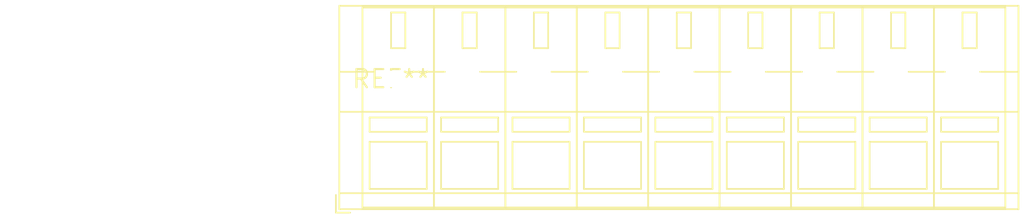
<source format=kicad_pcb>
(kicad_pcb (version 20240108) (generator pcbnew)
  (layers (0 "F.Cu" signal) (31 "B.Cu" signal) (34 "B.Paste" user) (35 "F.Paste" user) (36 "B.SilkS" user "B.Silkscreen") (37 "F.SilkS" user "F.Silkscreen") (38 "B.Mask" user) (39 "F.Mask" user) (44 "Edge.Cuts" user))
  (net 0 "")
  (footprint "TerminalBlock_WAGO_236-109_1x09_P5.00mm_45Degree" (layer "F.Cu") (at 0 0)
    (property "Reference" "REF**")
    (property "Value" "TerminalBlock_WAGO_236-109_1x09_P5.00mm_45Degree")
    (fp_line (start -3.86 8.12) (end -3.86 9.36) (layer "F.SilkS") (stroke (width 0.12)))
    (fp_line (start -3.86 9.36) (end -2.86 9.36) (layer "F.SilkS") (stroke (width 0.12)))
    (fp_line (start -3.62 -5.12) (end -3.62 9.12) (layer "F.SilkS") (stroke (width 0.12)))
    (fp_line (start -3.62 -5.12) (end 43.92 -5.12) (layer "F.SilkS") (stroke (width 0.12)))
    (fp_line (start -3.62 -0.5) (end -1.23 -0.5) (layer "F.SilkS") (stroke (width 0.12)))
    (fp_line (start -3.62 2.3) (end 43.92 2.3) (layer "F.SilkS") (stroke (width 0.12)))
    (fp_line (start -3.62 8) (end 43.92 8) (layer "F.SilkS") (stroke (width 0.12)))
    (fp_line (start -3.62 9.12) (end 43.92 9.12) (layer "F.SilkS") (stroke (width 0.12)))
    (fp_line (start -2 -5) (end -2 9) (layer "F.SilkS") (stroke (width 0.12)))
    (fp_line (start -2 -5) (end 3 -5) (layer "F.SilkS") (stroke (width 0.12)))
    (fp_line (start -2 9) (end 3 9) (layer "F.SilkS") (stroke (width 0.12)))
    (fp_line (start -1.5 2.7) (end -1.5 3.7) (layer "F.SilkS") (stroke (width 0.12)))
    (fp_line (start -1.5 2.7) (end 2.5 2.7) (layer "F.SilkS") (stroke (width 0.12)))
    (fp_line (start -1.5 3.7) (end 2.5 3.7) (layer "F.SilkS") (stroke (width 0.12)))
    (fp_line (start -1.5 4.4) (end -1.5 7.7) (layer "F.SilkS") (stroke (width 0.12)))
    (fp_line (start -1.5 4.4) (end 2.5 4.4) (layer "F.SilkS") (stroke (width 0.12)))
    (fp_line (start -1.5 7.7) (end 2.5 7.7) (layer "F.SilkS") (stroke (width 0.12)))
    (fp_line (start 0 -4.65) (end 0 -2.151) (layer "F.SilkS") (stroke (width 0.12)))
    (fp_line (start 0 -4.65) (end 1 -4.65) (layer "F.SilkS") (stroke (width 0.12)))
    (fp_line (start 0 -2.151) (end 1 -2.151) (layer "F.SilkS") (stroke (width 0.12)))
    (fp_line (start 1 -4.65) (end 1 -2.151) (layer "F.SilkS") (stroke (width 0.12)))
    (fp_line (start 1.23 -0.5) (end 3.77 -0.5) (layer "F.SilkS") (stroke (width 0.12)))
    (fp_line (start 2.5 2.7) (end 2.5 3.7) (layer "F.SilkS") (stroke (width 0.12)))
    (fp_line (start 2.5 4.4) (end 2.5 7.7) (layer "F.SilkS") (stroke (width 0.12)))
    (fp_line (start 3 -5) (end 3 9) (layer "F.SilkS") (stroke (width 0.12)))
    (fp_line (start 3 -5) (end 3 9) (layer "F.SilkS") (stroke (width 0.12)))
    (fp_line (start 3 -5) (end 8 -5) (layer "F.SilkS") (stroke (width 0.12)))
    (fp_line (start 3 9) (end 8 9) (layer "F.SilkS") (stroke (width 0.12)))
    (fp_line (start 3.5 2.7) (end 3.5 3.7) (layer "F.SilkS") (stroke (width 0.12)))
    (fp_line (start 3.5 2.7) (end 7.5 2.7) (layer "F.SilkS") (stroke (width 0.12)))
    (fp_line (start 3.5 3.7) (end 7.5 3.7) (layer "F.SilkS") (stroke (width 0.12)))
    (fp_line (start 3.5 4.4) (end 3.5 7.7) (layer "F.SilkS") (stroke (width 0.12)))
    (fp_line (start 3.5 4.4) (end 7.5 4.4) (layer "F.SilkS") (stroke (width 0.12)))
    (fp_line (start 3.5 7.7) (end 7.5 7.7) (layer "F.SilkS") (stroke (width 0.12)))
    (fp_line (start 5 -4.65) (end 5 -2.151) (layer "F.SilkS") (stroke (width 0.12)))
    (fp_line (start 5 -4.65) (end 6 -4.65) (layer "F.SilkS") (stroke (width 0.12)))
    (fp_line (start 5 -2.151) (end 6 -2.151) (layer "F.SilkS") (stroke (width 0.12)))
    (fp_line (start 6 -4.65) (end 6 -2.151) (layer "F.SilkS") (stroke (width 0.12)))
    (fp_line (start 6.23 -0.5) (end 8.77 -0.5) (layer "F.SilkS") (stroke (width 0.12)))
    (fp_line (start 7.5 2.7) (end 7.5 3.7) (layer "F.SilkS") (stroke (width 0.12)))
    (fp_line (start 7.5 4.4) (end 7.5 7.7) (layer "F.SilkS") (stroke (width 0.12)))
    (fp_line (start 8 -5) (end 8 9) (layer "F.SilkS") (stroke (width 0.12)))
    (fp_line (start 8 -5) (end 8 9) (layer "F.SilkS") (stroke (width 0.12)))
    (fp_line (start 8 -5) (end 13 -5) (layer "F.SilkS") (stroke (width 0.12)))
    (fp_line (start 8 9) (end 13 9) (layer "F.SilkS") (stroke (width 0.12)))
    (fp_line (start 8.5 2.7) (end 8.5 3.7) (layer "F.SilkS") (stroke (width 0.12)))
    (fp_line (start 8.5 2.7) (end 12.5 2.7) (layer "F.SilkS") (stroke (width 0.12)))
    (fp_line (start 8.5 3.7) (end 12.5 3.7) (layer "F.SilkS") (stroke (width 0.12)))
    (fp_line (start 8.5 4.4) (end 8.5 7.7) (layer "F.SilkS") (stroke (width 0.12)))
    (fp_line (start 8.5 4.4) (end 12.5 4.4) (layer "F.SilkS") (stroke (width 0.12)))
    (fp_line (start 8.5 7.7) (end 12.5 7.7) (layer "F.SilkS") (stroke (width 0.12)))
    (fp_line (start 10 -4.65) (end 10 -2.151) (layer "F.SilkS") (stroke (width 0.12)))
    (fp_line (start 10 -4.65) (end 11 -4.65) (layer "F.SilkS") (stroke (width 0.12)))
    (fp_line (start 10 -2.151) (end 11 -2.151) (layer "F.SilkS") (stroke (width 0.12)))
    (fp_line (start 11 -4.65) (end 11 -2.151) (layer "F.SilkS") (stroke (width 0.12)))
    (fp_line (start 11.23 -0.5) (end 13.77 -0.5) (layer "F.SilkS") (stroke (width 0.12)))
    (fp_line (start 12.5 2.7) (end 12.5 3.7) (layer "F.SilkS") (stroke (width 0.12)))
    (fp_line (start 12.5 4.4) (end 12.5 7.7) (layer "F.SilkS") (stroke (width 0.12)))
    (fp_line (start 13 -5) (end 13 9) (layer "F.SilkS") (stroke (width 0.12)))
    (fp_line (start 13 -5) (end 13 9) (layer "F.SilkS") (stroke (width 0.12)))
    (fp_line (start 13 -5) (end 18 -5) (layer "F.SilkS") (stroke (width 0.12)))
    (fp_line (start 13 9) (end 18 9) (layer "F.SilkS") (stroke (width 0.12)))
    (fp_line (start 13.5 2.7) (end 13.5 3.7) (layer "F.SilkS") (stroke (width 0.12)))
    (fp_line (start 13.5 2.7) (end 17.5 2.7) (layer "F.SilkS") (stroke (width 0.12)))
    (fp_line (start 13.5 3.7) (end 17.5 3.7) (layer "F.SilkS") (stroke (width 0.12)))
    (fp_line (start 13.5 4.4) (end 13.5 7.7) (layer "F.SilkS") (stroke (width 0.12)))
    (fp_line (start 13.5 4.4) (end 17.5 4.4) (layer "F.SilkS") (stroke (width 0.12)))
    (fp_line (start 13.5 7.7) (end 17.5 7.7) (layer "F.SilkS") (stroke (width 0.12)))
    (fp_line (start 15 -4.65) (end 15 -2.151) (layer "F.SilkS") (stroke (width 0.12)))
    (fp_line (start 15 -4.65) (end 16 -4.65) (layer "F.SilkS") (stroke (width 0.12)))
    (fp_line (start 15 -2.151) (end 16 -2.151) (layer "F.SilkS") (stroke (width 0.12)))
    (fp_line (start 16 -4.65) (end 16 -2.151) (layer "F.SilkS") (stroke (width 0.12)))
    (fp_line (start 16.23 -0.5) (end 18.77 -0.5) (layer "F.SilkS") (stroke (width 0.12)))
    (fp_line (start 17.5 2.7) (end 17.5 3.7) (layer "F.SilkS") (stroke (width 0.12)))
    (fp_line (start 17.5 4.4) (end 17.5 7.7) (layer "F.SilkS") (stroke (width 0.12)))
    (fp_line (start 18 -5) (end 18 9) (layer "F.SilkS") (stroke (width 0.12)))
    (fp_line (start 18 -5) (end 18 9) (layer "F.SilkS") (stroke (width 0.12)))
    (fp_line (start 18 -5) (end 23 -5) (layer "F.SilkS") (stroke (width 0.12)))
    (fp_line (start 18 9) (end 23 9) (layer "F.SilkS") (stroke (width 0.12)))
    (fp_line (start 18.5 2.7) (end 18.5 3.7) (layer "F.SilkS") (stroke (width 0.12)))
    (fp_line (start 18.5 2.7) (end 22.5 2.7) (layer "F.SilkS") (stroke (width 0.12)))
    (fp_line (start 18.5 3.7) (end 22.5 3.7) (layer "F.SilkS") (stroke (width 0.12)))
    (fp_line (start 18.5 4.4) (end 18.5 7.7) (layer "F.SilkS") (stroke (width 0.12)))
    (fp_line (start 18.5 4.4) (end 22.5 4.4) (layer "F.SilkS") (stroke (width 0.12)))
    (fp_line (start 18.5 7.7) (end 22.5 7.7) (layer "F.SilkS") (stroke (width 0.12)))
    (fp_line (start 20 -4.65) (end 20 -2.151) (layer "F.SilkS") (stroke (width 0.12)))
    (fp_line (start 20 -4.65) (end 21 -4.65) (layer "F.SilkS") (stroke (width 0.12)))
    (fp_line (start 20 -2.151) (end 21 -2.151) (layer "F.SilkS") (stroke (width 0.12)))
    (fp_line (start 21 -4.65) (end 21 -2.151) (layer "F.SilkS") (stroke (width 0.12)))
    (fp_line (start 21.23 -0.5) (end 23.77 -0.5) (layer "F.SilkS") (stroke (width 0.12)))
    (fp_line (start 22.5 2.7) (end 22.5 3.7) (layer "F.SilkS") (stroke (width 0.12)))
    (fp_line (start 22.5 4.4) (end 22.5 7.7) (layer "F.SilkS") (stroke (width 0.12)))
    (fp_line (start 23 -5) (end 23 9) (layer "F.SilkS") (stroke (width 0.12)))
    (fp_line (start 23 -5) (end 23 9) (layer "F.SilkS") (stroke (width 0.12)))
    (fp_line (start 23 -5) (end 28 -5) (layer "F.SilkS") (stroke (width 0.12)))
    (fp_line (start 23 9) (end 28 9) (layer "F.SilkS") (stroke (width 0.12)))
    (fp_line (start 23.5 2.7) (end 23.5 3.7) (layer "F.SilkS") (stroke (width 0.12)))
    (fp_line (start 23.5 2.7) (end 27.5 2.7) (layer "F.SilkS") (stroke (width 0.12)))
    (fp_line (start 23.5 3.7) (end 27.5 3.7) (layer "F.SilkS") (stroke (width 0.12)))
    (fp_line (start 23.5 4.4) (end 23.5 7.7) (layer "F.SilkS") (stroke (width 0.12)))
    (fp_line (start 23.5 4.4) (end 27.5 4.4) (layer "F.SilkS") (stroke (width 0.12)))
    (fp_line (start 23.5 7.7) (end 27.5 7.7) (layer "F.SilkS") (stroke (width 0.12)))
    (fp_line (start 25 -4.65) (end 25 -2.151) (layer "F.SilkS") (stroke (width 0.12)))
    (fp_line (start 25 -4.65) (end 26 -4.65) (layer "F.SilkS") (stroke (width 0.12)))
    (fp_line (start 25 -2.151) (end 26 -2.151) (layer "F.SilkS") (stroke (width 0.12)))
    (fp_line (start 26 -4.65) (end 26 -2.151) (layer "F.SilkS") (stroke (width 0.12)))
    (fp_line (start 26.23 -0.5) (end 28.77 -0.5) (layer "F.SilkS") (stroke (width 0.12)))
    (fp_line (start 27.5 2.7) (end 27.5 3.7) (layer "F.SilkS") (stroke (width 0.12)))
    (fp_line (start 27.5 4.4) (end 27.5 7.7) (layer "F.SilkS") (stroke (width 0.12)))
    (fp_line (start 28 -5) (end 28 9) (layer "F.SilkS") (stroke (width 0.12)))
    (fp_line (start 28 -5) (end 28 9) (layer "F.SilkS") (stroke (width 0.12)))
    (fp_line (start 28 -5) (end 33 -5) (layer "F.SilkS") (stroke (width 0.12)))
    (fp_line (start 28 9) (end 33 9) (layer "F.SilkS") (stroke (width 0.12)))
    (fp_line (start 28.5 2.7) (end 28.5 3.7) (layer "F.SilkS") (stroke (width 0.12)))
    (fp_line (start 28.5 2.7) (end 32.5 2.7) (layer "F.SilkS") (stroke (width 0.12)))
    (fp_line (start 28.5 3.7) (end 32.5 3.7) (layer "F.SilkS") (stroke (width 0.12)))
    (fp_line (start 28.5 4.4) (end 28.5 7.7) (layer "F.SilkS") (stroke (width 0.12)))
    (fp_line (start 28.5 4.4) (end 32.5 4.4) (layer "F.SilkS") (stroke (width 0.12)))
    (fp_line (start 28.5 7.7) (end 32.5 7.7) (layer "F.SilkS") (stroke (width 0.12)))
    (fp_line (start 30 -4.65) (end 30 -2.151) (layer "F.SilkS") (stroke (width 0.12)))
    (fp_line (start 30 -4.65) (end 31 -4.65) (layer "F.SilkS") (stroke (width 0.12)))
    (fp_line (start 30 -2.151) (end 31 -2.151) (layer "F.SilkS") (stroke (width 0.12)))
    (fp_line (start 31 -4.65) (end 31 -2.151) (layer "F.SilkS") (stroke (width 0.12)))
    (fp_line (start 31.23 -0.5) (end 33.77 -0.5) (layer "F.SilkS") (stroke (width 0.12)))
    (fp_line (start 32.5 2.7) (end 32.5 3.7) (layer "F.SilkS") (stroke (width 0.12)))
    (fp_line (start 32.5 4.4) (end 32.5 7.7) (layer "F.SilkS") (stroke (width 0.12)))
    (fp_line (start 33 -5) (end 33 9) (layer "F.SilkS") (stroke (width 0.12)))
    (fp_line (start 33 -5) (end 33 9) (layer "F.SilkS") (stroke (width 0.12)))
    (fp_line (start 33 -5) (end 38 -5) (layer "F.SilkS") (stroke (width 0.12)))
    (fp_line (start 33 9) (end 38 9) (layer "F.SilkS") (stroke (width 0.12)))
    (fp_line (start 33.5 2.7) (end 33.5 3.7) (layer "F.SilkS") (stroke (width 0.12)))
    (fp_line (start 33.5 2.7) (end 37.5 2.7) (layer "F.SilkS") (stroke (width 0.12)))
    (fp_line (start 33.5 3.7) (end 37.5 3.7) (layer "F.SilkS") (stroke (width 0.12)))
    (fp_line (start 33.5 4.4) (end 33.5 7.7) (layer "F.SilkS") (stroke (width 0.12)))
    (fp_line (start 33.5 4.4) (end 37.5 4.4) (layer "F.SilkS") (stroke (width 0.12)))
    (fp_line (start 33.5 7.7) (end 37.5 7.7) (layer "F.SilkS") (stroke (width 0.12)))
    (fp_line (start 35 -4.65) (end 35 -2.151) (layer "F.SilkS") (stroke (width 0.12)))
    (fp_line (start 35 -4.65) (end 36 -4.65) (layer "F.SilkS") (stroke (width 0.12)))
    (fp_line (start 35 -2.151) (end 36 -2.151) (layer "F.SilkS") (stroke (width 0.12)))
    (fp_line (start 36 -4.65) (end 36 -2.151) (layer "F.SilkS") (stroke (width 0.12)))
    (fp_line (start 36.23 -0.5) (end 38.77 -0.5) (layer "F.SilkS") (stroke (width 0.12)))
    (fp_line (start 37.5 2.7) (end 37.5 3.7) (layer "F.SilkS") (stroke (width 0.12)))
    (fp_line (start 37.5 4.4) (end 37.5 7.7) (layer "F.SilkS") (stroke (width 0.12)))
    (fp_line (start 38 -5) (end 38 9) (layer "F.SilkS") (stroke (width 0.12)))
    (fp_line (start 38 -5) (end 38 9) (layer "F.SilkS") (stroke (width 0.12)))
    (fp_line (start 38 -5) (end 43 -5) (layer "F.SilkS") (stroke (width 0.12)))
    (fp_line (start 38 9) (end 43 9) (layer "F.SilkS") (stroke (width 0.12)))
    (fp_line (start 38.5 2.7) (end 38.5 3.7) (layer "F.SilkS") (stroke (width 0.12)))
    (fp_line (start 38.5 2.7) (end 42.5 2.7) (layer "F.SilkS") (stroke (width 0.12)))
    (fp_line (start 38.5 3.7) (end 42.5 3.7) (layer "F.SilkS") (stroke (width 0.12)))
    (fp_line (start 38.5 4.4) (end 38.5 7.7) (layer "F.SilkS") (stroke (width 0.12)))
    (fp_line (start 38.5 4.4) (end 42.5 4.4) (layer "F.SilkS") (stroke (width 0.12)))
    (fp_line (start 38.5 7.7) (end 42.5 7.7) (layer "F.SilkS") (stroke (width 0.12)))
    (fp_line (start 40 -4.65) (end 40 -2.151) (layer "F.SilkS") (stroke (width 0.12)))
    (fp_line (start 40 -4.65) (end 41 -4.65) (layer "F.SilkS") (stroke (width 0.12)))
    (fp_line (start 40 -2.151) (end 41 -2.151) (layer "F.SilkS") (stroke (width 0.12)))
    (fp_line (start 41 -4.65) (end 41 -2.151) (layer "F.SilkS") (stroke (width 0.12)))
    (fp_line (start 41.23 -0.5) (end 43.92 -0.5) (layer "F.SilkS") (stroke (width 0.12)))
    (fp_line (start 42.5 2.7) (end 42.5 3.7) (layer "F.SilkS") (stroke (width 0.12)))
    (fp_line (start 42.5 4.4) (end 42.5 7.7) (layer "F.SilkS") (stroke (width 0.12)))
    (fp_line (start 43 -5) (end 43 9) (layer "F.SilkS") (stroke (width 0.12)))
    (fp_line (start 43.92 -5.12) (end 43.92 9.12) (layer "F.SilkS") (stroke (width 0.12)))
    (pad "1" thru_hole rect (at 0 0) (size 1.5 3) (drill 1.15) (layers *.Cu *.Mask) (remove_unused_layers))
    (pad "2" thru_hole oval (at 5 0) (size 1.5 3) (drill 1.15) (layers *.Cu *.Mask) (remove_unused_layers))
    (pad "3" thru_hole oval (at 10 0) (size 1.5 3) (drill 1.15) (layers *.Cu *.Mask) (remove_unused_layers))
    (pad "4" thru_hole oval (at 15 0) (size 1.5 3) (drill 1.15) (layers *.Cu *.Mask) (remove_unused_layers))
    (pad "5" thru_hole oval (at 20 0) (size 1.5 3) (drill 1.15) (layers *.Cu *.Mask) (remove_unused_layers))
    (pad "6" thru_hole oval (at 25 0) (size 1.5 3) (drill 1.15) (layers *.Cu *.Mask) (remove_unused_layers))
    (pad "7" thru_hole oval (at 30 0) (size 1.5 3) (drill 1.15) (layers *.Cu *.Mask) (remove_unused_layers))
    (pad "8" thru_hole oval (at 35 0) (size 1.5 3) (drill 1.15) (layers *.Cu *.Mask) (remove_unused_layers))
    (pad "9" thru_hole oval (at 40 0) (size 1.5 3) (drill 1.15) (layers *.Cu *.Mask) (remove_unused_layers))
  )
)
</source>
